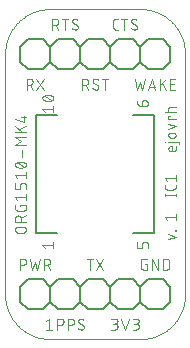
<source format=gto>
G75*
%MOIN*%
%OFA0B0*%
%FSLAX25Y25*%
%IPPOS*%
%LPD*%
%AMOC8*
5,1,8,0,0,1.08239X$1,22.5*
%
%ADD10C,0.00394*%
%ADD11C,0.00300*%
%ADD12C,0.00500*%
%ADD13C,0.00600*%
D10*
X0008000Y0016492D02*
X0008000Y0096492D01*
X0008004Y0096854D01*
X0008018Y0097217D01*
X0008039Y0097579D01*
X0008070Y0097940D01*
X0008109Y0098300D01*
X0008157Y0098659D01*
X0008214Y0099017D01*
X0008279Y0099374D01*
X0008353Y0099729D01*
X0008436Y0100082D01*
X0008527Y0100433D01*
X0008626Y0100781D01*
X0008734Y0101127D01*
X0008850Y0101471D01*
X0008975Y0101811D01*
X0009107Y0102148D01*
X0009248Y0102482D01*
X0009397Y0102813D01*
X0009554Y0103140D01*
X0009718Y0103463D01*
X0009890Y0103782D01*
X0010070Y0104096D01*
X0010258Y0104407D01*
X0010453Y0104712D01*
X0010655Y0105013D01*
X0010865Y0105309D01*
X0011081Y0105599D01*
X0011305Y0105885D01*
X0011535Y0106165D01*
X0011772Y0106439D01*
X0012016Y0106707D01*
X0012266Y0106970D01*
X0012522Y0107226D01*
X0012785Y0107476D01*
X0013053Y0107720D01*
X0013327Y0107957D01*
X0013607Y0108187D01*
X0013893Y0108411D01*
X0014183Y0108627D01*
X0014479Y0108837D01*
X0014780Y0109039D01*
X0015085Y0109234D01*
X0015396Y0109422D01*
X0015710Y0109602D01*
X0016029Y0109774D01*
X0016352Y0109938D01*
X0016679Y0110095D01*
X0017010Y0110244D01*
X0017344Y0110385D01*
X0017681Y0110517D01*
X0018021Y0110642D01*
X0018365Y0110758D01*
X0018711Y0110866D01*
X0019059Y0110965D01*
X0019410Y0111056D01*
X0019763Y0111139D01*
X0020118Y0111213D01*
X0020475Y0111278D01*
X0020833Y0111335D01*
X0021192Y0111383D01*
X0021552Y0111422D01*
X0021913Y0111453D01*
X0022275Y0111474D01*
X0022638Y0111488D01*
X0023000Y0111492D01*
X0053000Y0111492D01*
X0053362Y0111488D01*
X0053725Y0111474D01*
X0054087Y0111453D01*
X0054448Y0111422D01*
X0054808Y0111383D01*
X0055167Y0111335D01*
X0055525Y0111278D01*
X0055882Y0111213D01*
X0056237Y0111139D01*
X0056590Y0111056D01*
X0056941Y0110965D01*
X0057289Y0110866D01*
X0057635Y0110758D01*
X0057979Y0110642D01*
X0058319Y0110517D01*
X0058656Y0110385D01*
X0058990Y0110244D01*
X0059321Y0110095D01*
X0059648Y0109938D01*
X0059971Y0109774D01*
X0060290Y0109602D01*
X0060604Y0109422D01*
X0060915Y0109234D01*
X0061220Y0109039D01*
X0061521Y0108837D01*
X0061817Y0108627D01*
X0062107Y0108411D01*
X0062393Y0108187D01*
X0062673Y0107957D01*
X0062947Y0107720D01*
X0063215Y0107476D01*
X0063478Y0107226D01*
X0063734Y0106970D01*
X0063984Y0106707D01*
X0064228Y0106439D01*
X0064465Y0106165D01*
X0064695Y0105885D01*
X0064919Y0105599D01*
X0065135Y0105309D01*
X0065345Y0105013D01*
X0065547Y0104712D01*
X0065742Y0104407D01*
X0065930Y0104096D01*
X0066110Y0103782D01*
X0066282Y0103463D01*
X0066446Y0103140D01*
X0066603Y0102813D01*
X0066752Y0102482D01*
X0066893Y0102148D01*
X0067025Y0101811D01*
X0067150Y0101471D01*
X0067266Y0101127D01*
X0067374Y0100781D01*
X0067473Y0100433D01*
X0067564Y0100082D01*
X0067647Y0099729D01*
X0067721Y0099374D01*
X0067786Y0099017D01*
X0067843Y0098659D01*
X0067891Y0098300D01*
X0067930Y0097940D01*
X0067961Y0097579D01*
X0067982Y0097217D01*
X0067996Y0096854D01*
X0068000Y0096492D01*
X0068000Y0016492D01*
X0067996Y0016130D01*
X0067982Y0015767D01*
X0067961Y0015405D01*
X0067930Y0015044D01*
X0067891Y0014684D01*
X0067843Y0014325D01*
X0067786Y0013967D01*
X0067721Y0013610D01*
X0067647Y0013255D01*
X0067564Y0012902D01*
X0067473Y0012551D01*
X0067374Y0012203D01*
X0067266Y0011857D01*
X0067150Y0011513D01*
X0067025Y0011173D01*
X0066893Y0010836D01*
X0066752Y0010502D01*
X0066603Y0010171D01*
X0066446Y0009844D01*
X0066282Y0009521D01*
X0066110Y0009202D01*
X0065930Y0008888D01*
X0065742Y0008577D01*
X0065547Y0008272D01*
X0065345Y0007971D01*
X0065135Y0007675D01*
X0064919Y0007385D01*
X0064695Y0007099D01*
X0064465Y0006819D01*
X0064228Y0006545D01*
X0063984Y0006277D01*
X0063734Y0006014D01*
X0063478Y0005758D01*
X0063215Y0005508D01*
X0062947Y0005264D01*
X0062673Y0005027D01*
X0062393Y0004797D01*
X0062107Y0004573D01*
X0061817Y0004357D01*
X0061521Y0004147D01*
X0061220Y0003945D01*
X0060915Y0003750D01*
X0060604Y0003562D01*
X0060290Y0003382D01*
X0059971Y0003210D01*
X0059648Y0003046D01*
X0059321Y0002889D01*
X0058990Y0002740D01*
X0058656Y0002599D01*
X0058319Y0002467D01*
X0057979Y0002342D01*
X0057635Y0002226D01*
X0057289Y0002118D01*
X0056941Y0002019D01*
X0056590Y0001928D01*
X0056237Y0001845D01*
X0055882Y0001771D01*
X0055525Y0001706D01*
X0055167Y0001649D01*
X0054808Y0001601D01*
X0054448Y0001562D01*
X0054087Y0001531D01*
X0053725Y0001510D01*
X0053362Y0001496D01*
X0053000Y0001492D01*
X0023000Y0001492D01*
X0022638Y0001496D01*
X0022275Y0001510D01*
X0021913Y0001531D01*
X0021552Y0001562D01*
X0021192Y0001601D01*
X0020833Y0001649D01*
X0020475Y0001706D01*
X0020118Y0001771D01*
X0019763Y0001845D01*
X0019410Y0001928D01*
X0019059Y0002019D01*
X0018711Y0002118D01*
X0018365Y0002226D01*
X0018021Y0002342D01*
X0017681Y0002467D01*
X0017344Y0002599D01*
X0017010Y0002740D01*
X0016679Y0002889D01*
X0016352Y0003046D01*
X0016029Y0003210D01*
X0015710Y0003382D01*
X0015396Y0003562D01*
X0015085Y0003750D01*
X0014780Y0003945D01*
X0014479Y0004147D01*
X0014183Y0004357D01*
X0013893Y0004573D01*
X0013607Y0004797D01*
X0013327Y0005027D01*
X0013053Y0005264D01*
X0012785Y0005508D01*
X0012522Y0005758D01*
X0012266Y0006014D01*
X0012016Y0006277D01*
X0011772Y0006545D01*
X0011535Y0006819D01*
X0011305Y0007099D01*
X0011081Y0007385D01*
X0010865Y0007675D01*
X0010655Y0007971D01*
X0010453Y0008272D01*
X0010258Y0008577D01*
X0010070Y0008888D01*
X0009890Y0009202D01*
X0009718Y0009521D01*
X0009554Y0009844D01*
X0009397Y0010171D01*
X0009248Y0010502D01*
X0009107Y0010836D01*
X0008975Y0011173D01*
X0008850Y0011513D01*
X0008734Y0011857D01*
X0008626Y0012203D01*
X0008527Y0012551D01*
X0008436Y0012902D01*
X0008353Y0013255D01*
X0008279Y0013610D01*
X0008214Y0013967D01*
X0008157Y0014325D01*
X0008109Y0014684D01*
X0008070Y0015044D01*
X0008039Y0015405D01*
X0008018Y0015767D01*
X0008004Y0016130D01*
X0008000Y0016492D01*
D11*
X0012988Y0024674D02*
X0012988Y0028311D01*
X0013999Y0028311D01*
X0013999Y0028310D02*
X0014061Y0028308D01*
X0014123Y0028302D01*
X0014185Y0028293D01*
X0014245Y0028279D01*
X0014305Y0028262D01*
X0014364Y0028242D01*
X0014421Y0028218D01*
X0014477Y0028190D01*
X0014531Y0028159D01*
X0014583Y0028124D01*
X0014632Y0028087D01*
X0014679Y0028046D01*
X0014724Y0028003D01*
X0014766Y0027957D01*
X0014805Y0027909D01*
X0014841Y0027858D01*
X0014874Y0027805D01*
X0014903Y0027750D01*
X0014929Y0027694D01*
X0014952Y0027636D01*
X0014970Y0027576D01*
X0014986Y0027516D01*
X0014997Y0027455D01*
X0015005Y0027393D01*
X0015009Y0027331D01*
X0015009Y0027269D01*
X0015005Y0027207D01*
X0014997Y0027145D01*
X0014986Y0027084D01*
X0014970Y0027024D01*
X0014952Y0026964D01*
X0014929Y0026906D01*
X0014903Y0026850D01*
X0014874Y0026795D01*
X0014841Y0026742D01*
X0014805Y0026691D01*
X0014766Y0026643D01*
X0014724Y0026597D01*
X0014679Y0026554D01*
X0014632Y0026513D01*
X0014583Y0026476D01*
X0014531Y0026441D01*
X0014477Y0026410D01*
X0014421Y0026382D01*
X0014364Y0026358D01*
X0014305Y0026338D01*
X0014245Y0026321D01*
X0014185Y0026307D01*
X0014123Y0026298D01*
X0014061Y0026292D01*
X0013999Y0026290D01*
X0012988Y0026290D01*
X0016229Y0028311D02*
X0017037Y0024674D01*
X0017845Y0027098D01*
X0018653Y0024674D01*
X0019462Y0028311D01*
X0020991Y0028311D02*
X0022001Y0028311D01*
X0020991Y0028311D02*
X0020991Y0024674D01*
X0020991Y0026290D02*
X0022001Y0026290D01*
X0022203Y0026290D02*
X0023012Y0024674D01*
X0022001Y0026290D02*
X0022063Y0026292D01*
X0022125Y0026298D01*
X0022187Y0026307D01*
X0022247Y0026321D01*
X0022307Y0026338D01*
X0022366Y0026358D01*
X0022423Y0026382D01*
X0022479Y0026410D01*
X0022533Y0026441D01*
X0022585Y0026476D01*
X0022634Y0026513D01*
X0022681Y0026554D01*
X0022726Y0026597D01*
X0022768Y0026643D01*
X0022807Y0026691D01*
X0022843Y0026742D01*
X0022876Y0026795D01*
X0022905Y0026850D01*
X0022931Y0026906D01*
X0022954Y0026964D01*
X0022972Y0027024D01*
X0022988Y0027084D01*
X0022999Y0027145D01*
X0023007Y0027207D01*
X0023011Y0027269D01*
X0023011Y0027331D01*
X0023007Y0027393D01*
X0022999Y0027455D01*
X0022988Y0027516D01*
X0022972Y0027576D01*
X0022954Y0027636D01*
X0022931Y0027694D01*
X0022905Y0027750D01*
X0022876Y0027805D01*
X0022843Y0027858D01*
X0022807Y0027909D01*
X0022768Y0027957D01*
X0022726Y0028003D01*
X0022681Y0028046D01*
X0022634Y0028087D01*
X0022585Y0028124D01*
X0022533Y0028159D01*
X0022479Y0028190D01*
X0022423Y0028218D01*
X0022366Y0028242D01*
X0022307Y0028262D01*
X0022247Y0028279D01*
X0022187Y0028293D01*
X0022125Y0028302D01*
X0022063Y0028308D01*
X0022001Y0028310D01*
X0021242Y0031860D02*
X0020433Y0032870D01*
X0024070Y0032870D01*
X0024070Y0031860D02*
X0024070Y0033880D01*
X0014946Y0040681D02*
X0011309Y0040681D01*
X0011309Y0041692D01*
X0011310Y0041692D02*
X0011312Y0041754D01*
X0011318Y0041816D01*
X0011327Y0041878D01*
X0011341Y0041938D01*
X0011358Y0041998D01*
X0011378Y0042057D01*
X0011402Y0042114D01*
X0011430Y0042170D01*
X0011461Y0042224D01*
X0011496Y0042276D01*
X0011533Y0042325D01*
X0011574Y0042372D01*
X0011617Y0042417D01*
X0011663Y0042459D01*
X0011711Y0042498D01*
X0011762Y0042534D01*
X0011815Y0042567D01*
X0011870Y0042596D01*
X0011926Y0042622D01*
X0011984Y0042645D01*
X0012044Y0042663D01*
X0012104Y0042679D01*
X0012165Y0042690D01*
X0012227Y0042698D01*
X0012289Y0042702D01*
X0012351Y0042702D01*
X0012413Y0042698D01*
X0012475Y0042690D01*
X0012536Y0042679D01*
X0012596Y0042663D01*
X0012656Y0042645D01*
X0012714Y0042622D01*
X0012770Y0042596D01*
X0012825Y0042567D01*
X0012878Y0042534D01*
X0012929Y0042498D01*
X0012977Y0042459D01*
X0013023Y0042417D01*
X0013066Y0042372D01*
X0013107Y0042325D01*
X0013144Y0042276D01*
X0013179Y0042224D01*
X0013210Y0042170D01*
X0013238Y0042114D01*
X0013262Y0042057D01*
X0013282Y0041998D01*
X0013299Y0041938D01*
X0013313Y0041878D01*
X0013322Y0041816D01*
X0013328Y0041754D01*
X0013330Y0041692D01*
X0013330Y0040681D01*
X0013330Y0041894D02*
X0014946Y0042702D01*
X0014138Y0044320D02*
X0012118Y0044320D01*
X0012118Y0044321D02*
X0012063Y0044323D01*
X0012008Y0044329D01*
X0011954Y0044338D01*
X0011900Y0044351D01*
X0011847Y0044368D01*
X0011796Y0044388D01*
X0011746Y0044412D01*
X0011698Y0044439D01*
X0011652Y0044469D01*
X0011608Y0044502D01*
X0011567Y0044538D01*
X0011527Y0044577D01*
X0011491Y0044619D01*
X0011458Y0044663D01*
X0011428Y0044709D01*
X0011401Y0044757D01*
X0011377Y0044807D01*
X0011357Y0044858D01*
X0011340Y0044911D01*
X0011327Y0044965D01*
X0011318Y0045019D01*
X0011312Y0045074D01*
X0011310Y0045129D01*
X0011309Y0045129D02*
X0011309Y0046341D01*
X0012118Y0047982D02*
X0011309Y0048992D01*
X0014946Y0048992D01*
X0014946Y0047982D02*
X0014946Y0050002D01*
X0014946Y0051525D02*
X0014946Y0052737D01*
X0014944Y0052792D01*
X0014938Y0052847D01*
X0014929Y0052901D01*
X0014916Y0052955D01*
X0014899Y0053008D01*
X0014879Y0053059D01*
X0014855Y0053109D01*
X0014828Y0053157D01*
X0014798Y0053203D01*
X0014765Y0053247D01*
X0014729Y0053289D01*
X0014690Y0053328D01*
X0014648Y0053364D01*
X0014604Y0053397D01*
X0014558Y0053427D01*
X0014510Y0053454D01*
X0014460Y0053478D01*
X0014409Y0053498D01*
X0014356Y0053515D01*
X0014302Y0053528D01*
X0014248Y0053537D01*
X0014193Y0053543D01*
X0014138Y0053545D01*
X0014138Y0053546D02*
X0013734Y0053546D01*
X0013734Y0053545D02*
X0013679Y0053543D01*
X0013624Y0053537D01*
X0013570Y0053528D01*
X0013516Y0053515D01*
X0013463Y0053498D01*
X0013412Y0053478D01*
X0013362Y0053454D01*
X0013314Y0053427D01*
X0013268Y0053397D01*
X0013224Y0053364D01*
X0013183Y0053328D01*
X0013143Y0053289D01*
X0013107Y0053247D01*
X0013074Y0053203D01*
X0013044Y0053157D01*
X0013017Y0053109D01*
X0012993Y0053059D01*
X0012973Y0053008D01*
X0012956Y0052955D01*
X0012943Y0052901D01*
X0012934Y0052847D01*
X0012928Y0052792D01*
X0012926Y0052737D01*
X0012926Y0051525D01*
X0011309Y0051525D01*
X0011309Y0053546D01*
X0012118Y0055068D02*
X0011309Y0056079D01*
X0014946Y0056079D01*
X0014946Y0057089D02*
X0014946Y0055068D01*
X0014441Y0060329D02*
X0014347Y0060373D01*
X0014250Y0060414D01*
X0014153Y0060451D01*
X0014054Y0060485D01*
X0013954Y0060516D01*
X0013853Y0060543D01*
X0013751Y0060567D01*
X0013648Y0060587D01*
X0013545Y0060603D01*
X0013441Y0060616D01*
X0013337Y0060625D01*
X0013233Y0060630D01*
X0013128Y0060632D01*
X0013128Y0058612D02*
X0013023Y0058614D01*
X0012919Y0058619D01*
X0012815Y0058628D01*
X0012711Y0058641D01*
X0012608Y0058657D01*
X0012505Y0058677D01*
X0012403Y0058701D01*
X0012302Y0058728D01*
X0012202Y0058759D01*
X0012103Y0058793D01*
X0012006Y0058830D01*
X0011910Y0058871D01*
X0011815Y0058915D01*
X0011309Y0059622D02*
X0011311Y0059677D01*
X0011317Y0059731D01*
X0011327Y0059784D01*
X0011341Y0059837D01*
X0011358Y0059889D01*
X0011380Y0059939D01*
X0011404Y0059988D01*
X0011433Y0060034D01*
X0011465Y0060079D01*
X0011499Y0060121D01*
X0011537Y0060160D01*
X0011578Y0060196D01*
X0011621Y0060230D01*
X0011667Y0060260D01*
X0011714Y0060287D01*
X0011763Y0060310D01*
X0011814Y0060330D01*
X0012118Y0060430D02*
X0014138Y0058814D01*
X0014947Y0059622D02*
X0014945Y0059677D01*
X0014939Y0059731D01*
X0014929Y0059784D01*
X0014915Y0059837D01*
X0014898Y0059889D01*
X0014876Y0059939D01*
X0014852Y0059988D01*
X0014823Y0060034D01*
X0014791Y0060079D01*
X0014757Y0060121D01*
X0014719Y0060160D01*
X0014678Y0060196D01*
X0014635Y0060230D01*
X0014589Y0060260D01*
X0014542Y0060287D01*
X0014493Y0060310D01*
X0014442Y0060330D01*
X0014947Y0059622D02*
X0014945Y0059567D01*
X0014939Y0059513D01*
X0014929Y0059460D01*
X0014915Y0059407D01*
X0014898Y0059355D01*
X0014876Y0059305D01*
X0014852Y0059256D01*
X0014823Y0059210D01*
X0014791Y0059165D01*
X0014757Y0059123D01*
X0014719Y0059084D01*
X0014678Y0059048D01*
X0014635Y0059014D01*
X0014589Y0058984D01*
X0014542Y0058957D01*
X0014493Y0058934D01*
X0014442Y0058914D01*
X0013128Y0060632D02*
X0013023Y0060630D01*
X0012919Y0060625D01*
X0012815Y0060616D01*
X0012711Y0060603D01*
X0012608Y0060587D01*
X0012505Y0060567D01*
X0012403Y0060543D01*
X0012302Y0060516D01*
X0012202Y0060485D01*
X0012103Y0060451D01*
X0012006Y0060414D01*
X0011909Y0060373D01*
X0011815Y0060329D01*
X0011309Y0059622D02*
X0011311Y0059567D01*
X0011317Y0059513D01*
X0011327Y0059460D01*
X0011341Y0059407D01*
X0011358Y0059355D01*
X0011380Y0059305D01*
X0011404Y0059256D01*
X0011433Y0059210D01*
X0011465Y0059165D01*
X0011499Y0059123D01*
X0011537Y0059084D01*
X0011578Y0059048D01*
X0011621Y0059014D01*
X0011667Y0058984D01*
X0011714Y0058957D01*
X0011763Y0058934D01*
X0011814Y0058914D01*
X0013128Y0058612D02*
X0013233Y0058614D01*
X0013337Y0058619D01*
X0013441Y0058628D01*
X0013545Y0058641D01*
X0013648Y0058657D01*
X0013751Y0058677D01*
X0013853Y0058701D01*
X0013954Y0058728D01*
X0014054Y0058759D01*
X0014153Y0058793D01*
X0014250Y0058830D01*
X0014346Y0058871D01*
X0014441Y0058915D01*
X0013532Y0062189D02*
X0013532Y0064614D01*
X0014946Y0066323D02*
X0011309Y0066323D01*
X0013330Y0067535D01*
X0011309Y0068748D01*
X0014946Y0068748D01*
X0014946Y0070592D02*
X0011309Y0070592D01*
X0012724Y0071400D02*
X0014946Y0072613D01*
X0014138Y0073966D02*
X0014138Y0075987D01*
X0013330Y0075380D02*
X0014946Y0075380D01*
X0014138Y0073966D02*
X0011309Y0074774D01*
X0011309Y0072613D02*
X0013532Y0070592D01*
X0021242Y0077332D02*
X0020433Y0078343D01*
X0024070Y0078343D01*
X0024070Y0079353D02*
X0024070Y0077332D01*
X0023565Y0082593D02*
X0023471Y0082637D01*
X0023374Y0082678D01*
X0023277Y0082715D01*
X0023178Y0082749D01*
X0023078Y0082780D01*
X0022977Y0082807D01*
X0022875Y0082831D01*
X0022772Y0082851D01*
X0022669Y0082867D01*
X0022565Y0082880D01*
X0022461Y0082889D01*
X0022357Y0082894D01*
X0022252Y0082896D01*
X0022252Y0080876D02*
X0022147Y0080878D01*
X0022043Y0080883D01*
X0021939Y0080892D01*
X0021835Y0080905D01*
X0021732Y0080921D01*
X0021629Y0080941D01*
X0021527Y0080965D01*
X0021426Y0080992D01*
X0021326Y0081023D01*
X0021227Y0081057D01*
X0021130Y0081094D01*
X0021034Y0081135D01*
X0020939Y0081179D01*
X0020433Y0081886D02*
X0020435Y0081941D01*
X0020441Y0081995D01*
X0020451Y0082048D01*
X0020465Y0082101D01*
X0020482Y0082153D01*
X0020504Y0082203D01*
X0020528Y0082252D01*
X0020557Y0082298D01*
X0020589Y0082343D01*
X0020623Y0082385D01*
X0020661Y0082424D01*
X0020702Y0082460D01*
X0020745Y0082494D01*
X0020791Y0082524D01*
X0020838Y0082551D01*
X0020887Y0082574D01*
X0020938Y0082594D01*
X0021242Y0082694D02*
X0023262Y0081078D01*
X0024071Y0081886D02*
X0024069Y0081941D01*
X0024063Y0081995D01*
X0024053Y0082048D01*
X0024039Y0082101D01*
X0024022Y0082153D01*
X0024000Y0082203D01*
X0023976Y0082252D01*
X0023947Y0082298D01*
X0023915Y0082343D01*
X0023881Y0082385D01*
X0023843Y0082424D01*
X0023802Y0082460D01*
X0023759Y0082494D01*
X0023713Y0082524D01*
X0023666Y0082551D01*
X0023617Y0082574D01*
X0023566Y0082594D01*
X0024071Y0081886D02*
X0024069Y0081831D01*
X0024063Y0081777D01*
X0024053Y0081724D01*
X0024039Y0081671D01*
X0024022Y0081619D01*
X0024000Y0081569D01*
X0023976Y0081520D01*
X0023947Y0081474D01*
X0023915Y0081429D01*
X0023881Y0081387D01*
X0023843Y0081348D01*
X0023802Y0081312D01*
X0023759Y0081278D01*
X0023713Y0081248D01*
X0023666Y0081221D01*
X0023617Y0081198D01*
X0023566Y0081178D01*
X0022252Y0082896D02*
X0022147Y0082894D01*
X0022043Y0082889D01*
X0021939Y0082880D01*
X0021835Y0082867D01*
X0021732Y0082851D01*
X0021629Y0082831D01*
X0021527Y0082807D01*
X0021426Y0082780D01*
X0021326Y0082749D01*
X0021227Y0082715D01*
X0021130Y0082678D01*
X0021033Y0082637D01*
X0020939Y0082593D01*
X0020433Y0081886D02*
X0020435Y0081831D01*
X0020441Y0081777D01*
X0020451Y0081724D01*
X0020465Y0081671D01*
X0020482Y0081619D01*
X0020504Y0081569D01*
X0020528Y0081520D01*
X0020557Y0081474D01*
X0020589Y0081429D01*
X0020623Y0081387D01*
X0020661Y0081348D01*
X0020702Y0081312D01*
X0020745Y0081278D01*
X0020791Y0081248D01*
X0020838Y0081221D01*
X0020887Y0081198D01*
X0020938Y0081178D01*
X0022252Y0080876D02*
X0022357Y0080878D01*
X0022461Y0080883D01*
X0022565Y0080892D01*
X0022669Y0080905D01*
X0022772Y0080921D01*
X0022875Y0080941D01*
X0022977Y0080965D01*
X0023078Y0080992D01*
X0023178Y0081023D01*
X0023277Y0081057D01*
X0023374Y0081094D01*
X0023470Y0081135D01*
X0023565Y0081179D01*
X0020872Y0084674D02*
X0018447Y0088311D01*
X0016138Y0088311D02*
X0015128Y0088311D01*
X0015128Y0084674D01*
X0015128Y0086290D02*
X0016138Y0086290D01*
X0016341Y0086290D02*
X0017149Y0084674D01*
X0018447Y0084674D02*
X0020872Y0088311D01*
X0016138Y0088310D02*
X0016200Y0088308D01*
X0016262Y0088302D01*
X0016324Y0088293D01*
X0016384Y0088279D01*
X0016444Y0088262D01*
X0016503Y0088242D01*
X0016560Y0088218D01*
X0016616Y0088190D01*
X0016670Y0088159D01*
X0016722Y0088124D01*
X0016771Y0088087D01*
X0016818Y0088046D01*
X0016863Y0088003D01*
X0016905Y0087957D01*
X0016944Y0087909D01*
X0016980Y0087858D01*
X0017013Y0087805D01*
X0017042Y0087750D01*
X0017068Y0087694D01*
X0017091Y0087636D01*
X0017109Y0087576D01*
X0017125Y0087516D01*
X0017136Y0087455D01*
X0017144Y0087393D01*
X0017148Y0087331D01*
X0017148Y0087269D01*
X0017144Y0087207D01*
X0017136Y0087145D01*
X0017125Y0087084D01*
X0017109Y0087024D01*
X0017091Y0086964D01*
X0017068Y0086906D01*
X0017042Y0086850D01*
X0017013Y0086795D01*
X0016980Y0086742D01*
X0016944Y0086691D01*
X0016905Y0086643D01*
X0016863Y0086597D01*
X0016818Y0086554D01*
X0016771Y0086513D01*
X0016722Y0086476D01*
X0016670Y0086441D01*
X0016616Y0086410D01*
X0016560Y0086382D01*
X0016503Y0086358D01*
X0016444Y0086338D01*
X0016384Y0086321D01*
X0016324Y0086307D01*
X0016262Y0086298D01*
X0016200Y0086292D01*
X0016138Y0086290D01*
X0023753Y0104674D02*
X0023753Y0108311D01*
X0024763Y0108311D01*
X0024763Y0108310D02*
X0024825Y0108308D01*
X0024887Y0108302D01*
X0024949Y0108293D01*
X0025009Y0108279D01*
X0025069Y0108262D01*
X0025128Y0108242D01*
X0025185Y0108218D01*
X0025241Y0108190D01*
X0025295Y0108159D01*
X0025347Y0108124D01*
X0025396Y0108087D01*
X0025443Y0108046D01*
X0025488Y0108003D01*
X0025530Y0107957D01*
X0025569Y0107909D01*
X0025605Y0107858D01*
X0025638Y0107805D01*
X0025667Y0107750D01*
X0025693Y0107694D01*
X0025716Y0107636D01*
X0025734Y0107576D01*
X0025750Y0107516D01*
X0025761Y0107455D01*
X0025769Y0107393D01*
X0025773Y0107331D01*
X0025773Y0107269D01*
X0025769Y0107207D01*
X0025761Y0107145D01*
X0025750Y0107084D01*
X0025734Y0107024D01*
X0025716Y0106964D01*
X0025693Y0106906D01*
X0025667Y0106850D01*
X0025638Y0106795D01*
X0025605Y0106742D01*
X0025569Y0106691D01*
X0025530Y0106643D01*
X0025488Y0106597D01*
X0025443Y0106554D01*
X0025396Y0106513D01*
X0025347Y0106476D01*
X0025295Y0106441D01*
X0025241Y0106410D01*
X0025185Y0106382D01*
X0025128Y0106358D01*
X0025069Y0106338D01*
X0025009Y0106321D01*
X0024949Y0106307D01*
X0024887Y0106298D01*
X0024825Y0106292D01*
X0024763Y0106290D01*
X0023753Y0106290D01*
X0024965Y0106290D02*
X0025773Y0104674D01*
X0028048Y0104674D02*
X0028048Y0108311D01*
X0027038Y0108311D02*
X0029058Y0108311D01*
X0030328Y0107502D02*
X0030330Y0107557D01*
X0030336Y0107612D01*
X0030345Y0107666D01*
X0030358Y0107720D01*
X0030375Y0107773D01*
X0030395Y0107824D01*
X0030419Y0107874D01*
X0030446Y0107922D01*
X0030476Y0107968D01*
X0030509Y0108012D01*
X0030545Y0108054D01*
X0030585Y0108093D01*
X0030626Y0108129D01*
X0030670Y0108162D01*
X0030716Y0108192D01*
X0030764Y0108219D01*
X0030814Y0108243D01*
X0030865Y0108263D01*
X0030918Y0108280D01*
X0030972Y0108293D01*
X0031026Y0108302D01*
X0031081Y0108308D01*
X0031136Y0108310D01*
X0030327Y0107502D02*
X0030329Y0107449D01*
X0030334Y0107396D01*
X0030343Y0107343D01*
X0030355Y0107291D01*
X0030370Y0107240D01*
X0030388Y0107190D01*
X0030410Y0107142D01*
X0030435Y0107095D01*
X0030463Y0107049D01*
X0030494Y0107006D01*
X0030527Y0106964D01*
X0030564Y0106925D01*
X0030602Y0106889D01*
X0030643Y0106855D01*
X0030686Y0106823D01*
X0030731Y0106795D01*
X0030732Y0106795D02*
X0031843Y0106189D01*
X0031439Y0104674D02*
X0031360Y0104676D01*
X0031281Y0104681D01*
X0031202Y0104691D01*
X0031124Y0104703D01*
X0031046Y0104720D01*
X0030969Y0104740D01*
X0030894Y0104763D01*
X0030819Y0104790D01*
X0030746Y0104821D01*
X0030674Y0104855D01*
X0030604Y0104892D01*
X0030536Y0104932D01*
X0030470Y0104976D01*
X0030406Y0105022D01*
X0030344Y0105072D01*
X0030284Y0105124D01*
X0030227Y0105179D01*
X0031136Y0108310D02*
X0031211Y0108308D01*
X0031286Y0108303D01*
X0031360Y0108293D01*
X0031434Y0108280D01*
X0031507Y0108264D01*
X0031579Y0108244D01*
X0031651Y0108220D01*
X0031720Y0108193D01*
X0031789Y0108162D01*
X0031856Y0108128D01*
X0031921Y0108091D01*
X0031984Y0108050D01*
X0032045Y0108007D01*
X0032247Y0105482D02*
X0032245Y0105427D01*
X0032239Y0105372D01*
X0032230Y0105318D01*
X0032217Y0105264D01*
X0032200Y0105211D01*
X0032180Y0105160D01*
X0032156Y0105110D01*
X0032129Y0105062D01*
X0032099Y0105016D01*
X0032066Y0104972D01*
X0032030Y0104930D01*
X0031991Y0104891D01*
X0031949Y0104855D01*
X0031905Y0104822D01*
X0031859Y0104792D01*
X0031811Y0104765D01*
X0031761Y0104741D01*
X0031710Y0104721D01*
X0031657Y0104704D01*
X0031603Y0104691D01*
X0031549Y0104682D01*
X0031494Y0104676D01*
X0031439Y0104674D01*
X0032247Y0105482D02*
X0032245Y0105535D01*
X0032240Y0105588D01*
X0032231Y0105641D01*
X0032219Y0105693D01*
X0032204Y0105744D01*
X0032186Y0105794D01*
X0032164Y0105842D01*
X0032139Y0105889D01*
X0032111Y0105935D01*
X0032080Y0105978D01*
X0032047Y0106020D01*
X0032010Y0106059D01*
X0031972Y0106095D01*
X0031931Y0106129D01*
X0031888Y0106161D01*
X0031843Y0106189D01*
X0033694Y0088311D02*
X0034704Y0088311D01*
X0033694Y0088311D02*
X0033694Y0084674D01*
X0033694Y0086290D02*
X0034704Y0086290D01*
X0034906Y0086290D02*
X0035714Y0084674D01*
X0034704Y0086290D02*
X0034766Y0086292D01*
X0034828Y0086298D01*
X0034890Y0086307D01*
X0034950Y0086321D01*
X0035010Y0086338D01*
X0035069Y0086358D01*
X0035126Y0086382D01*
X0035182Y0086410D01*
X0035236Y0086441D01*
X0035288Y0086476D01*
X0035337Y0086513D01*
X0035384Y0086554D01*
X0035429Y0086597D01*
X0035471Y0086643D01*
X0035510Y0086691D01*
X0035546Y0086742D01*
X0035579Y0086795D01*
X0035608Y0086850D01*
X0035634Y0086906D01*
X0035657Y0086964D01*
X0035675Y0087024D01*
X0035691Y0087084D01*
X0035702Y0087145D01*
X0035710Y0087207D01*
X0035714Y0087269D01*
X0035714Y0087331D01*
X0035710Y0087393D01*
X0035702Y0087455D01*
X0035691Y0087516D01*
X0035675Y0087576D01*
X0035657Y0087636D01*
X0035634Y0087694D01*
X0035608Y0087750D01*
X0035579Y0087805D01*
X0035546Y0087858D01*
X0035510Y0087909D01*
X0035471Y0087957D01*
X0035429Y0088003D01*
X0035384Y0088046D01*
X0035337Y0088087D01*
X0035288Y0088124D01*
X0035236Y0088159D01*
X0035182Y0088190D01*
X0035126Y0088218D01*
X0035069Y0088242D01*
X0035010Y0088262D01*
X0034950Y0088279D01*
X0034890Y0088293D01*
X0034828Y0088302D01*
X0034766Y0088308D01*
X0034704Y0088310D01*
X0037602Y0086795D02*
X0038713Y0086189D01*
X0038309Y0084674D02*
X0038230Y0084676D01*
X0038151Y0084681D01*
X0038072Y0084691D01*
X0037994Y0084703D01*
X0037916Y0084720D01*
X0037839Y0084740D01*
X0037764Y0084763D01*
X0037689Y0084790D01*
X0037616Y0084821D01*
X0037544Y0084855D01*
X0037474Y0084892D01*
X0037406Y0084932D01*
X0037340Y0084976D01*
X0037276Y0085022D01*
X0037214Y0085072D01*
X0037154Y0085124D01*
X0037097Y0085179D01*
X0038006Y0088310D02*
X0038081Y0088308D01*
X0038156Y0088303D01*
X0038230Y0088293D01*
X0038304Y0088280D01*
X0038377Y0088264D01*
X0038449Y0088244D01*
X0038521Y0088220D01*
X0038590Y0088193D01*
X0038659Y0088162D01*
X0038726Y0088128D01*
X0038791Y0088091D01*
X0038854Y0088050D01*
X0038915Y0088007D01*
X0037602Y0086795D02*
X0037557Y0086823D01*
X0037514Y0086855D01*
X0037473Y0086889D01*
X0037435Y0086925D01*
X0037398Y0086964D01*
X0037365Y0087006D01*
X0037334Y0087049D01*
X0037306Y0087095D01*
X0037281Y0087142D01*
X0037259Y0087190D01*
X0037241Y0087240D01*
X0037226Y0087291D01*
X0037214Y0087343D01*
X0037205Y0087396D01*
X0037200Y0087449D01*
X0037198Y0087502D01*
X0037200Y0087557D01*
X0037206Y0087612D01*
X0037215Y0087666D01*
X0037228Y0087720D01*
X0037245Y0087773D01*
X0037265Y0087824D01*
X0037289Y0087874D01*
X0037316Y0087922D01*
X0037346Y0087968D01*
X0037379Y0088012D01*
X0037415Y0088054D01*
X0037455Y0088093D01*
X0037496Y0088129D01*
X0037540Y0088162D01*
X0037586Y0088192D01*
X0037634Y0088219D01*
X0037684Y0088243D01*
X0037735Y0088263D01*
X0037788Y0088280D01*
X0037842Y0088293D01*
X0037896Y0088302D01*
X0037951Y0088308D01*
X0038006Y0088310D01*
X0040286Y0088311D02*
X0042306Y0088311D01*
X0041296Y0088311D02*
X0041296Y0084674D01*
X0039117Y0085482D02*
X0039115Y0085427D01*
X0039109Y0085372D01*
X0039100Y0085318D01*
X0039087Y0085264D01*
X0039070Y0085211D01*
X0039050Y0085160D01*
X0039026Y0085110D01*
X0038999Y0085062D01*
X0038969Y0085016D01*
X0038936Y0084972D01*
X0038900Y0084930D01*
X0038861Y0084891D01*
X0038819Y0084855D01*
X0038775Y0084822D01*
X0038729Y0084792D01*
X0038681Y0084765D01*
X0038631Y0084741D01*
X0038580Y0084721D01*
X0038527Y0084704D01*
X0038473Y0084691D01*
X0038419Y0084682D01*
X0038364Y0084676D01*
X0038309Y0084674D01*
X0039117Y0085482D02*
X0039115Y0085535D01*
X0039110Y0085588D01*
X0039101Y0085641D01*
X0039089Y0085693D01*
X0039074Y0085744D01*
X0039056Y0085794D01*
X0039034Y0085842D01*
X0039009Y0085889D01*
X0038981Y0085935D01*
X0038950Y0085978D01*
X0038917Y0086020D01*
X0038880Y0086059D01*
X0038842Y0086095D01*
X0038801Y0086129D01*
X0038758Y0086161D01*
X0038713Y0086189D01*
X0044840Y0104674D02*
X0045648Y0104674D01*
X0044840Y0104674D02*
X0044785Y0104676D01*
X0044730Y0104682D01*
X0044676Y0104691D01*
X0044622Y0104704D01*
X0044569Y0104721D01*
X0044518Y0104741D01*
X0044468Y0104765D01*
X0044420Y0104792D01*
X0044374Y0104822D01*
X0044330Y0104855D01*
X0044288Y0104891D01*
X0044249Y0104930D01*
X0044213Y0104972D01*
X0044180Y0105016D01*
X0044150Y0105062D01*
X0044123Y0105110D01*
X0044099Y0105160D01*
X0044079Y0105211D01*
X0044062Y0105264D01*
X0044049Y0105318D01*
X0044040Y0105372D01*
X0044034Y0105427D01*
X0044032Y0105482D01*
X0044032Y0107502D01*
X0044034Y0107557D01*
X0044040Y0107612D01*
X0044049Y0107666D01*
X0044062Y0107720D01*
X0044079Y0107773D01*
X0044099Y0107824D01*
X0044123Y0107874D01*
X0044150Y0107922D01*
X0044180Y0107968D01*
X0044213Y0108012D01*
X0044249Y0108053D01*
X0044288Y0108093D01*
X0044330Y0108129D01*
X0044374Y0108162D01*
X0044420Y0108192D01*
X0044468Y0108219D01*
X0044518Y0108243D01*
X0044569Y0108263D01*
X0044622Y0108280D01*
X0044676Y0108293D01*
X0044730Y0108302D01*
X0044785Y0108308D01*
X0044840Y0108310D01*
X0044840Y0108311D02*
X0045648Y0108311D01*
X0046759Y0108311D02*
X0048779Y0108311D01*
X0047769Y0108311D02*
X0047769Y0104674D01*
X0050453Y0106795D02*
X0051564Y0106189D01*
X0051160Y0104674D02*
X0051081Y0104676D01*
X0051002Y0104681D01*
X0050923Y0104691D01*
X0050845Y0104703D01*
X0050767Y0104720D01*
X0050690Y0104740D01*
X0050615Y0104763D01*
X0050540Y0104790D01*
X0050467Y0104821D01*
X0050395Y0104855D01*
X0050325Y0104892D01*
X0050257Y0104932D01*
X0050191Y0104976D01*
X0050127Y0105022D01*
X0050065Y0105072D01*
X0050005Y0105124D01*
X0049948Y0105179D01*
X0051564Y0106189D02*
X0051609Y0106161D01*
X0051652Y0106129D01*
X0051693Y0106095D01*
X0051731Y0106059D01*
X0051768Y0106020D01*
X0051801Y0105978D01*
X0051832Y0105935D01*
X0051860Y0105889D01*
X0051885Y0105842D01*
X0051907Y0105794D01*
X0051925Y0105744D01*
X0051940Y0105693D01*
X0051952Y0105641D01*
X0051961Y0105588D01*
X0051966Y0105535D01*
X0051968Y0105482D01*
X0051966Y0105427D01*
X0051960Y0105372D01*
X0051951Y0105318D01*
X0051938Y0105264D01*
X0051921Y0105211D01*
X0051901Y0105160D01*
X0051877Y0105110D01*
X0051850Y0105062D01*
X0051820Y0105016D01*
X0051787Y0104972D01*
X0051751Y0104930D01*
X0051712Y0104891D01*
X0051670Y0104855D01*
X0051626Y0104822D01*
X0051580Y0104792D01*
X0051532Y0104765D01*
X0051482Y0104741D01*
X0051431Y0104721D01*
X0051378Y0104704D01*
X0051324Y0104691D01*
X0051270Y0104682D01*
X0051215Y0104676D01*
X0051160Y0104674D01*
X0051766Y0108007D02*
X0051705Y0108050D01*
X0051642Y0108091D01*
X0051577Y0108128D01*
X0051510Y0108162D01*
X0051441Y0108193D01*
X0051372Y0108220D01*
X0051300Y0108244D01*
X0051228Y0108264D01*
X0051155Y0108280D01*
X0051081Y0108293D01*
X0051007Y0108303D01*
X0050932Y0108308D01*
X0050857Y0108310D01*
X0050802Y0108308D01*
X0050747Y0108302D01*
X0050693Y0108293D01*
X0050639Y0108280D01*
X0050586Y0108263D01*
X0050535Y0108243D01*
X0050485Y0108219D01*
X0050437Y0108192D01*
X0050391Y0108162D01*
X0050347Y0108129D01*
X0050306Y0108093D01*
X0050266Y0108054D01*
X0050230Y0108012D01*
X0050197Y0107968D01*
X0050167Y0107922D01*
X0050140Y0107874D01*
X0050116Y0107824D01*
X0050096Y0107773D01*
X0050079Y0107720D01*
X0050066Y0107666D01*
X0050057Y0107612D01*
X0050051Y0107557D01*
X0050049Y0107502D01*
X0050048Y0107502D02*
X0050050Y0107449D01*
X0050055Y0107396D01*
X0050064Y0107343D01*
X0050076Y0107291D01*
X0050091Y0107240D01*
X0050109Y0107190D01*
X0050131Y0107142D01*
X0050156Y0107095D01*
X0050184Y0107049D01*
X0050215Y0107006D01*
X0050248Y0106964D01*
X0050285Y0106925D01*
X0050323Y0106889D01*
X0050364Y0106855D01*
X0050407Y0106823D01*
X0050452Y0106795D01*
X0051275Y0088311D02*
X0052083Y0084674D01*
X0052891Y0087098D01*
X0053700Y0084674D01*
X0054508Y0088311D01*
X0056907Y0088311D02*
X0058120Y0084674D01*
X0057816Y0085583D02*
X0055998Y0085583D01*
X0055695Y0084674D02*
X0056907Y0088311D01*
X0059610Y0088311D02*
X0059610Y0084674D01*
X0059610Y0086088D02*
X0061630Y0088311D01*
X0063109Y0088311D02*
X0064725Y0088311D01*
X0064321Y0086694D02*
X0063109Y0086694D01*
X0063109Y0088311D02*
X0063109Y0084674D01*
X0064725Y0084674D01*
X0061630Y0084674D02*
X0060418Y0086896D01*
X0063000Y0078796D02*
X0064819Y0078796D01*
X0064819Y0077180D02*
X0061181Y0077180D01*
X0062394Y0077180D02*
X0062394Y0078190D01*
X0062396Y0078238D01*
X0062401Y0078285D01*
X0062411Y0078331D01*
X0062424Y0078377D01*
X0062440Y0078422D01*
X0062460Y0078465D01*
X0062483Y0078507D01*
X0062510Y0078546D01*
X0062539Y0078584D01*
X0062571Y0078619D01*
X0062606Y0078651D01*
X0062644Y0078680D01*
X0062683Y0078707D01*
X0062725Y0078730D01*
X0062768Y0078750D01*
X0062813Y0078766D01*
X0062859Y0078779D01*
X0062905Y0078789D01*
X0062952Y0078794D01*
X0063000Y0078796D01*
X0062798Y0075932D02*
X0062394Y0075932D01*
X0062394Y0074720D01*
X0064819Y0074720D01*
X0064819Y0072437D02*
X0062394Y0073245D01*
X0062394Y0071629D02*
X0064819Y0072437D01*
X0064010Y0070292D02*
X0063202Y0070292D01*
X0063147Y0070290D01*
X0063092Y0070284D01*
X0063038Y0070275D01*
X0062984Y0070262D01*
X0062931Y0070245D01*
X0062880Y0070225D01*
X0062830Y0070201D01*
X0062782Y0070174D01*
X0062736Y0070144D01*
X0062692Y0070111D01*
X0062650Y0070075D01*
X0062611Y0070036D01*
X0062575Y0069994D01*
X0062542Y0069950D01*
X0062512Y0069904D01*
X0062485Y0069856D01*
X0062461Y0069806D01*
X0062441Y0069755D01*
X0062424Y0069702D01*
X0062411Y0069648D01*
X0062402Y0069594D01*
X0062396Y0069539D01*
X0062394Y0069484D01*
X0062396Y0069429D01*
X0062402Y0069374D01*
X0062411Y0069320D01*
X0062424Y0069266D01*
X0062441Y0069213D01*
X0062461Y0069162D01*
X0062485Y0069112D01*
X0062512Y0069064D01*
X0062542Y0069018D01*
X0062575Y0068974D01*
X0062611Y0068932D01*
X0062650Y0068893D01*
X0062692Y0068857D01*
X0062736Y0068824D01*
X0062782Y0068794D01*
X0062830Y0068767D01*
X0062880Y0068743D01*
X0062931Y0068723D01*
X0062984Y0068706D01*
X0063038Y0068693D01*
X0063092Y0068684D01*
X0063147Y0068678D01*
X0063202Y0068676D01*
X0064010Y0068676D01*
X0064065Y0068678D01*
X0064120Y0068684D01*
X0064174Y0068693D01*
X0064228Y0068706D01*
X0064281Y0068723D01*
X0064332Y0068743D01*
X0064382Y0068767D01*
X0064430Y0068794D01*
X0064476Y0068824D01*
X0064520Y0068857D01*
X0064562Y0068893D01*
X0064601Y0068932D01*
X0064637Y0068974D01*
X0064670Y0069018D01*
X0064700Y0069064D01*
X0064727Y0069112D01*
X0064751Y0069162D01*
X0064771Y0069213D01*
X0064788Y0069266D01*
X0064801Y0069320D01*
X0064810Y0069374D01*
X0064816Y0069429D01*
X0064818Y0069484D01*
X0064816Y0069539D01*
X0064810Y0069594D01*
X0064801Y0069648D01*
X0064788Y0069702D01*
X0064771Y0069755D01*
X0064751Y0069806D01*
X0064727Y0069856D01*
X0064700Y0069904D01*
X0064670Y0069950D01*
X0064637Y0069994D01*
X0064601Y0070036D01*
X0064562Y0070075D01*
X0064520Y0070111D01*
X0064476Y0070144D01*
X0064430Y0070174D01*
X0064382Y0070201D01*
X0064332Y0070225D01*
X0064281Y0070245D01*
X0064228Y0070262D01*
X0064174Y0070275D01*
X0064120Y0070284D01*
X0064065Y0070290D01*
X0064010Y0070292D01*
X0065425Y0067180D02*
X0062394Y0067180D01*
X0061384Y0067281D02*
X0061384Y0067079D01*
X0061181Y0067079D01*
X0061181Y0067281D01*
X0061384Y0067281D01*
X0063202Y0065804D02*
X0063606Y0065804D01*
X0063606Y0064188D01*
X0063202Y0064188D02*
X0064212Y0064188D01*
X0064260Y0064190D01*
X0064307Y0064195D01*
X0064353Y0064205D01*
X0064399Y0064218D01*
X0064444Y0064234D01*
X0064487Y0064254D01*
X0064529Y0064277D01*
X0064568Y0064304D01*
X0064606Y0064333D01*
X0064641Y0064365D01*
X0064673Y0064400D01*
X0064702Y0064438D01*
X0064729Y0064477D01*
X0064752Y0064519D01*
X0064772Y0064562D01*
X0064788Y0064607D01*
X0064801Y0064653D01*
X0064811Y0064699D01*
X0064816Y0064746D01*
X0064818Y0064794D01*
X0064819Y0064794D02*
X0064819Y0065804D01*
X0066031Y0066574D02*
X0066029Y0066622D01*
X0066024Y0066669D01*
X0066014Y0066715D01*
X0066001Y0066761D01*
X0065985Y0066806D01*
X0065965Y0066849D01*
X0065942Y0066891D01*
X0065915Y0066930D01*
X0065886Y0066968D01*
X0065854Y0067003D01*
X0065819Y0067035D01*
X0065781Y0067064D01*
X0065742Y0067091D01*
X0065700Y0067114D01*
X0065657Y0067134D01*
X0065612Y0067150D01*
X0065566Y0067163D01*
X0065520Y0067173D01*
X0065473Y0067178D01*
X0065425Y0067180D01*
X0066031Y0066574D02*
X0066031Y0066372D01*
X0063202Y0065804D02*
X0063147Y0065802D01*
X0063092Y0065796D01*
X0063038Y0065787D01*
X0062984Y0065774D01*
X0062931Y0065757D01*
X0062880Y0065737D01*
X0062830Y0065713D01*
X0062782Y0065686D01*
X0062736Y0065656D01*
X0062692Y0065623D01*
X0062650Y0065587D01*
X0062611Y0065548D01*
X0062575Y0065506D01*
X0062542Y0065462D01*
X0062512Y0065416D01*
X0062485Y0065368D01*
X0062461Y0065318D01*
X0062441Y0065267D01*
X0062424Y0065214D01*
X0062411Y0065160D01*
X0062402Y0065106D01*
X0062396Y0065051D01*
X0062394Y0064996D01*
X0062396Y0064941D01*
X0062402Y0064886D01*
X0062411Y0064832D01*
X0062424Y0064778D01*
X0062441Y0064725D01*
X0062461Y0064674D01*
X0062485Y0064624D01*
X0062512Y0064576D01*
X0062542Y0064530D01*
X0062575Y0064486D01*
X0062611Y0064444D01*
X0062650Y0064405D01*
X0062692Y0064369D01*
X0062736Y0064336D01*
X0062782Y0064306D01*
X0062830Y0064279D01*
X0062880Y0064255D01*
X0062931Y0064235D01*
X0062984Y0064218D01*
X0063038Y0064205D01*
X0063092Y0064196D01*
X0063147Y0064190D01*
X0063202Y0064188D01*
X0064819Y0056343D02*
X0064819Y0054322D01*
X0064819Y0055333D02*
X0061181Y0055333D01*
X0061990Y0054322D01*
X0061181Y0052976D02*
X0061181Y0052168D01*
X0061182Y0052168D02*
X0061184Y0052113D01*
X0061190Y0052058D01*
X0061199Y0052004D01*
X0061212Y0051950D01*
X0061229Y0051897D01*
X0061249Y0051846D01*
X0061273Y0051796D01*
X0061300Y0051748D01*
X0061330Y0051702D01*
X0061363Y0051658D01*
X0061399Y0051616D01*
X0061439Y0051577D01*
X0061480Y0051541D01*
X0061524Y0051508D01*
X0061570Y0051478D01*
X0061618Y0051451D01*
X0061668Y0051427D01*
X0061719Y0051407D01*
X0061772Y0051390D01*
X0061826Y0051377D01*
X0061880Y0051368D01*
X0061935Y0051362D01*
X0061990Y0051360D01*
X0064010Y0051360D01*
X0064065Y0051362D01*
X0064120Y0051368D01*
X0064174Y0051377D01*
X0064228Y0051390D01*
X0064281Y0051407D01*
X0064332Y0051427D01*
X0064382Y0051451D01*
X0064430Y0051478D01*
X0064476Y0051508D01*
X0064520Y0051541D01*
X0064562Y0051577D01*
X0064601Y0051616D01*
X0064637Y0051658D01*
X0064670Y0051702D01*
X0064700Y0051748D01*
X0064727Y0051796D01*
X0064751Y0051846D01*
X0064771Y0051897D01*
X0064788Y0051950D01*
X0064801Y0052004D01*
X0064810Y0052058D01*
X0064816Y0052113D01*
X0064818Y0052168D01*
X0064819Y0052168D02*
X0064819Y0052976D01*
X0064819Y0049949D02*
X0064819Y0049141D01*
X0064819Y0049545D02*
X0061181Y0049545D01*
X0061181Y0049141D02*
X0061181Y0049949D01*
X0064819Y0043149D02*
X0064819Y0041129D01*
X0064819Y0042139D02*
X0061181Y0042139D01*
X0061990Y0041129D01*
X0064616Y0037870D02*
X0064819Y0037870D01*
X0064819Y0037668D01*
X0064616Y0037668D01*
X0064616Y0037870D01*
X0064819Y0035643D02*
X0062394Y0036451D01*
X0062394Y0034835D02*
X0064819Y0035643D01*
X0061780Y0028311D02*
X0060769Y0028311D01*
X0060769Y0024674D01*
X0061780Y0024674D01*
X0061841Y0024676D01*
X0061902Y0024681D01*
X0061962Y0024691D01*
X0062022Y0024703D01*
X0062080Y0024720D01*
X0062138Y0024740D01*
X0062195Y0024763D01*
X0062249Y0024790D01*
X0062303Y0024820D01*
X0062354Y0024853D01*
X0062403Y0024889D01*
X0062450Y0024928D01*
X0062494Y0024970D01*
X0062536Y0025014D01*
X0062575Y0025061D01*
X0062611Y0025110D01*
X0062644Y0025161D01*
X0062674Y0025215D01*
X0062701Y0025269D01*
X0062724Y0025326D01*
X0062744Y0025384D01*
X0062761Y0025442D01*
X0062773Y0025502D01*
X0062783Y0025562D01*
X0062788Y0025623D01*
X0062790Y0025684D01*
X0062790Y0027300D01*
X0062788Y0027361D01*
X0062783Y0027422D01*
X0062773Y0027482D01*
X0062761Y0027542D01*
X0062744Y0027600D01*
X0062724Y0027658D01*
X0062701Y0027715D01*
X0062674Y0027769D01*
X0062644Y0027823D01*
X0062611Y0027874D01*
X0062575Y0027923D01*
X0062536Y0027970D01*
X0062494Y0028014D01*
X0062450Y0028056D01*
X0062403Y0028095D01*
X0062354Y0028131D01*
X0062303Y0028164D01*
X0062249Y0028194D01*
X0062195Y0028221D01*
X0062138Y0028244D01*
X0062080Y0028264D01*
X0062022Y0028281D01*
X0061962Y0028293D01*
X0061902Y0028303D01*
X0061841Y0028308D01*
X0061780Y0028310D01*
X0059010Y0028311D02*
X0059010Y0024674D01*
X0056990Y0028311D01*
X0056990Y0024674D01*
X0055231Y0024674D02*
X0054018Y0024674D01*
X0053963Y0024676D01*
X0053908Y0024682D01*
X0053854Y0024691D01*
X0053800Y0024704D01*
X0053747Y0024721D01*
X0053696Y0024741D01*
X0053646Y0024765D01*
X0053598Y0024792D01*
X0053552Y0024822D01*
X0053508Y0024855D01*
X0053466Y0024891D01*
X0053427Y0024930D01*
X0053391Y0024972D01*
X0053358Y0025016D01*
X0053328Y0025062D01*
X0053301Y0025110D01*
X0053277Y0025160D01*
X0053257Y0025211D01*
X0053240Y0025264D01*
X0053227Y0025318D01*
X0053218Y0025372D01*
X0053212Y0025427D01*
X0053210Y0025482D01*
X0053210Y0027502D01*
X0053212Y0027557D01*
X0053218Y0027612D01*
X0053227Y0027666D01*
X0053240Y0027720D01*
X0053257Y0027773D01*
X0053277Y0027824D01*
X0053301Y0027874D01*
X0053328Y0027922D01*
X0053358Y0027968D01*
X0053391Y0028012D01*
X0053427Y0028053D01*
X0053466Y0028093D01*
X0053508Y0028129D01*
X0053552Y0028162D01*
X0053598Y0028192D01*
X0053646Y0028219D01*
X0053696Y0028243D01*
X0053747Y0028263D01*
X0053800Y0028280D01*
X0053854Y0028293D01*
X0053908Y0028302D01*
X0053963Y0028308D01*
X0054018Y0028310D01*
X0054018Y0028311D02*
X0055231Y0028311D01*
X0055231Y0026694D02*
X0054625Y0026694D01*
X0055231Y0026694D02*
X0055231Y0024674D01*
X0055567Y0031860D02*
X0055567Y0033072D01*
X0055566Y0033072D02*
X0055564Y0033127D01*
X0055558Y0033182D01*
X0055549Y0033236D01*
X0055536Y0033290D01*
X0055519Y0033343D01*
X0055499Y0033394D01*
X0055475Y0033444D01*
X0055448Y0033492D01*
X0055418Y0033538D01*
X0055385Y0033582D01*
X0055349Y0033624D01*
X0055310Y0033663D01*
X0055268Y0033699D01*
X0055224Y0033732D01*
X0055178Y0033762D01*
X0055130Y0033789D01*
X0055080Y0033813D01*
X0055029Y0033833D01*
X0054976Y0033850D01*
X0054922Y0033863D01*
X0054868Y0033872D01*
X0054813Y0033878D01*
X0054758Y0033880D01*
X0054354Y0033880D01*
X0054299Y0033878D01*
X0054244Y0033872D01*
X0054190Y0033863D01*
X0054136Y0033850D01*
X0054083Y0033833D01*
X0054032Y0033813D01*
X0053982Y0033789D01*
X0053934Y0033762D01*
X0053888Y0033732D01*
X0053844Y0033699D01*
X0053803Y0033663D01*
X0053763Y0033624D01*
X0053727Y0033582D01*
X0053694Y0033538D01*
X0053664Y0033492D01*
X0053637Y0033444D01*
X0053613Y0033394D01*
X0053593Y0033343D01*
X0053576Y0033290D01*
X0053563Y0033236D01*
X0053554Y0033182D01*
X0053548Y0033127D01*
X0053546Y0033072D01*
X0053546Y0031860D01*
X0051930Y0031860D01*
X0051930Y0033880D01*
X0040765Y0028311D02*
X0038340Y0024674D01*
X0036245Y0024674D02*
X0036245Y0028311D01*
X0035235Y0028311D02*
X0037256Y0028311D01*
X0038340Y0028311D02*
X0040765Y0024674D01*
X0043446Y0008311D02*
X0044659Y0008311D01*
X0044659Y0008310D02*
X0044714Y0008308D01*
X0044769Y0008302D01*
X0044823Y0008293D01*
X0044877Y0008280D01*
X0044930Y0008263D01*
X0044981Y0008243D01*
X0045031Y0008219D01*
X0045079Y0008192D01*
X0045125Y0008162D01*
X0045169Y0008129D01*
X0045211Y0008093D01*
X0045250Y0008054D01*
X0045286Y0008012D01*
X0045319Y0007968D01*
X0045349Y0007922D01*
X0045376Y0007874D01*
X0045400Y0007824D01*
X0045420Y0007773D01*
X0045437Y0007720D01*
X0045450Y0007666D01*
X0045459Y0007612D01*
X0045465Y0007557D01*
X0045467Y0007502D01*
X0045465Y0007447D01*
X0045459Y0007392D01*
X0045450Y0007338D01*
X0045437Y0007284D01*
X0045420Y0007231D01*
X0045400Y0007180D01*
X0045376Y0007130D01*
X0045349Y0007082D01*
X0045319Y0007036D01*
X0045286Y0006992D01*
X0045250Y0006950D01*
X0045211Y0006911D01*
X0045169Y0006875D01*
X0045125Y0006842D01*
X0045079Y0006812D01*
X0045031Y0006785D01*
X0044981Y0006761D01*
X0044930Y0006741D01*
X0044877Y0006724D01*
X0044823Y0006711D01*
X0044769Y0006702D01*
X0044714Y0006696D01*
X0044659Y0006694D01*
X0043851Y0006694D01*
X0044457Y0006694D02*
X0044519Y0006692D01*
X0044581Y0006686D01*
X0044643Y0006677D01*
X0044703Y0006663D01*
X0044763Y0006646D01*
X0044822Y0006626D01*
X0044879Y0006602D01*
X0044935Y0006574D01*
X0044989Y0006543D01*
X0045041Y0006508D01*
X0045090Y0006471D01*
X0045137Y0006430D01*
X0045182Y0006387D01*
X0045224Y0006341D01*
X0045263Y0006293D01*
X0045299Y0006242D01*
X0045332Y0006189D01*
X0045361Y0006134D01*
X0045387Y0006078D01*
X0045410Y0006020D01*
X0045428Y0005960D01*
X0045444Y0005900D01*
X0045455Y0005839D01*
X0045463Y0005777D01*
X0045467Y0005715D01*
X0045467Y0005653D01*
X0045463Y0005591D01*
X0045455Y0005529D01*
X0045444Y0005468D01*
X0045428Y0005408D01*
X0045410Y0005348D01*
X0045387Y0005290D01*
X0045361Y0005234D01*
X0045332Y0005179D01*
X0045299Y0005126D01*
X0045263Y0005075D01*
X0045224Y0005027D01*
X0045182Y0004981D01*
X0045137Y0004938D01*
X0045090Y0004897D01*
X0045041Y0004860D01*
X0044989Y0004825D01*
X0044935Y0004794D01*
X0044879Y0004766D01*
X0044822Y0004742D01*
X0044763Y0004722D01*
X0044703Y0004705D01*
X0044643Y0004691D01*
X0044581Y0004682D01*
X0044519Y0004676D01*
X0044457Y0004674D01*
X0043446Y0004674D01*
X0048000Y0004674D02*
X0046788Y0008311D01*
X0049212Y0008311D02*
X0048000Y0004674D01*
X0050533Y0004674D02*
X0051543Y0004674D01*
X0051605Y0004676D01*
X0051667Y0004682D01*
X0051729Y0004691D01*
X0051789Y0004705D01*
X0051849Y0004722D01*
X0051908Y0004742D01*
X0051965Y0004766D01*
X0052021Y0004794D01*
X0052075Y0004825D01*
X0052127Y0004860D01*
X0052176Y0004897D01*
X0052223Y0004938D01*
X0052268Y0004981D01*
X0052310Y0005027D01*
X0052349Y0005075D01*
X0052385Y0005126D01*
X0052418Y0005179D01*
X0052447Y0005234D01*
X0052473Y0005290D01*
X0052496Y0005348D01*
X0052514Y0005408D01*
X0052530Y0005468D01*
X0052541Y0005529D01*
X0052549Y0005591D01*
X0052553Y0005653D01*
X0052553Y0005715D01*
X0052549Y0005777D01*
X0052541Y0005839D01*
X0052530Y0005900D01*
X0052514Y0005960D01*
X0052496Y0006020D01*
X0052473Y0006078D01*
X0052447Y0006134D01*
X0052418Y0006189D01*
X0052385Y0006242D01*
X0052349Y0006293D01*
X0052310Y0006341D01*
X0052268Y0006387D01*
X0052223Y0006430D01*
X0052176Y0006471D01*
X0052127Y0006508D01*
X0052075Y0006543D01*
X0052021Y0006574D01*
X0051965Y0006602D01*
X0051908Y0006626D01*
X0051849Y0006646D01*
X0051789Y0006663D01*
X0051729Y0006677D01*
X0051667Y0006686D01*
X0051605Y0006692D01*
X0051543Y0006694D01*
X0051745Y0006694D02*
X0050937Y0006694D01*
X0051745Y0006694D02*
X0051800Y0006696D01*
X0051855Y0006702D01*
X0051909Y0006711D01*
X0051963Y0006724D01*
X0052016Y0006741D01*
X0052067Y0006761D01*
X0052117Y0006785D01*
X0052165Y0006812D01*
X0052211Y0006842D01*
X0052255Y0006875D01*
X0052297Y0006911D01*
X0052336Y0006950D01*
X0052372Y0006992D01*
X0052405Y0007036D01*
X0052435Y0007082D01*
X0052462Y0007130D01*
X0052486Y0007180D01*
X0052506Y0007231D01*
X0052523Y0007284D01*
X0052536Y0007338D01*
X0052545Y0007392D01*
X0052551Y0007447D01*
X0052553Y0007502D01*
X0052551Y0007557D01*
X0052545Y0007612D01*
X0052536Y0007666D01*
X0052523Y0007720D01*
X0052506Y0007773D01*
X0052486Y0007824D01*
X0052462Y0007874D01*
X0052435Y0007922D01*
X0052405Y0007968D01*
X0052372Y0008012D01*
X0052336Y0008054D01*
X0052297Y0008093D01*
X0052255Y0008129D01*
X0052211Y0008162D01*
X0052165Y0008192D01*
X0052117Y0008219D01*
X0052067Y0008243D01*
X0052016Y0008263D01*
X0051963Y0008280D01*
X0051909Y0008293D01*
X0051855Y0008302D01*
X0051800Y0008308D01*
X0051745Y0008310D01*
X0051745Y0008311D02*
X0050533Y0008311D01*
X0033862Y0006189D02*
X0032751Y0006795D01*
X0033155Y0008310D02*
X0033230Y0008308D01*
X0033305Y0008303D01*
X0033379Y0008293D01*
X0033453Y0008280D01*
X0033526Y0008264D01*
X0033598Y0008244D01*
X0033670Y0008220D01*
X0033739Y0008193D01*
X0033808Y0008162D01*
X0033875Y0008128D01*
X0033940Y0008091D01*
X0034003Y0008050D01*
X0034064Y0008007D01*
X0032750Y0006795D02*
X0032705Y0006823D01*
X0032662Y0006855D01*
X0032621Y0006889D01*
X0032583Y0006925D01*
X0032546Y0006964D01*
X0032513Y0007006D01*
X0032482Y0007049D01*
X0032454Y0007095D01*
X0032429Y0007142D01*
X0032407Y0007190D01*
X0032389Y0007240D01*
X0032374Y0007291D01*
X0032362Y0007343D01*
X0032353Y0007396D01*
X0032348Y0007449D01*
X0032346Y0007502D01*
X0032347Y0007502D02*
X0032349Y0007557D01*
X0032355Y0007612D01*
X0032364Y0007666D01*
X0032377Y0007720D01*
X0032394Y0007773D01*
X0032414Y0007824D01*
X0032438Y0007874D01*
X0032465Y0007922D01*
X0032495Y0007968D01*
X0032528Y0008012D01*
X0032564Y0008054D01*
X0032604Y0008093D01*
X0032645Y0008129D01*
X0032689Y0008162D01*
X0032735Y0008192D01*
X0032783Y0008219D01*
X0032833Y0008243D01*
X0032884Y0008263D01*
X0032937Y0008280D01*
X0032991Y0008293D01*
X0033045Y0008302D01*
X0033100Y0008308D01*
X0033155Y0008310D01*
X0032246Y0005179D02*
X0032303Y0005124D01*
X0032363Y0005072D01*
X0032425Y0005022D01*
X0032489Y0004976D01*
X0032555Y0004932D01*
X0032623Y0004892D01*
X0032693Y0004855D01*
X0032765Y0004821D01*
X0032838Y0004790D01*
X0032913Y0004763D01*
X0032988Y0004740D01*
X0033065Y0004720D01*
X0033143Y0004703D01*
X0033221Y0004691D01*
X0033300Y0004681D01*
X0033379Y0004676D01*
X0033458Y0004674D01*
X0033513Y0004676D01*
X0033568Y0004682D01*
X0033622Y0004691D01*
X0033676Y0004704D01*
X0033729Y0004721D01*
X0033780Y0004741D01*
X0033830Y0004765D01*
X0033878Y0004792D01*
X0033924Y0004822D01*
X0033968Y0004855D01*
X0034010Y0004891D01*
X0034049Y0004930D01*
X0034085Y0004972D01*
X0034118Y0005016D01*
X0034148Y0005062D01*
X0034175Y0005110D01*
X0034199Y0005160D01*
X0034219Y0005211D01*
X0034236Y0005264D01*
X0034249Y0005318D01*
X0034258Y0005372D01*
X0034264Y0005427D01*
X0034266Y0005482D01*
X0034264Y0005535D01*
X0034259Y0005588D01*
X0034250Y0005641D01*
X0034238Y0005693D01*
X0034223Y0005744D01*
X0034205Y0005794D01*
X0034183Y0005842D01*
X0034158Y0005889D01*
X0034130Y0005935D01*
X0034099Y0005978D01*
X0034066Y0006020D01*
X0034029Y0006059D01*
X0033991Y0006095D01*
X0033950Y0006129D01*
X0033907Y0006161D01*
X0033862Y0006189D01*
X0030000Y0006290D02*
X0028990Y0006290D01*
X0028990Y0004674D02*
X0028990Y0008311D01*
X0030000Y0008311D01*
X0030000Y0008310D02*
X0030062Y0008308D01*
X0030124Y0008302D01*
X0030186Y0008293D01*
X0030246Y0008279D01*
X0030306Y0008262D01*
X0030365Y0008242D01*
X0030422Y0008218D01*
X0030478Y0008190D01*
X0030532Y0008159D01*
X0030584Y0008124D01*
X0030633Y0008087D01*
X0030680Y0008046D01*
X0030725Y0008003D01*
X0030767Y0007957D01*
X0030806Y0007909D01*
X0030842Y0007858D01*
X0030875Y0007805D01*
X0030904Y0007750D01*
X0030930Y0007694D01*
X0030953Y0007636D01*
X0030971Y0007576D01*
X0030987Y0007516D01*
X0030998Y0007455D01*
X0031006Y0007393D01*
X0031010Y0007331D01*
X0031010Y0007269D01*
X0031006Y0007207D01*
X0030998Y0007145D01*
X0030987Y0007084D01*
X0030971Y0007024D01*
X0030953Y0006964D01*
X0030930Y0006906D01*
X0030904Y0006850D01*
X0030875Y0006795D01*
X0030842Y0006742D01*
X0030806Y0006691D01*
X0030767Y0006643D01*
X0030725Y0006597D01*
X0030680Y0006554D01*
X0030633Y0006513D01*
X0030584Y0006476D01*
X0030532Y0006441D01*
X0030478Y0006410D01*
X0030422Y0006382D01*
X0030365Y0006358D01*
X0030306Y0006338D01*
X0030246Y0006321D01*
X0030186Y0006307D01*
X0030124Y0006298D01*
X0030062Y0006292D01*
X0030000Y0006290D01*
X0026457Y0006290D02*
X0025446Y0006290D01*
X0025446Y0004674D02*
X0025446Y0008311D01*
X0026457Y0008311D01*
X0026457Y0008310D02*
X0026519Y0008308D01*
X0026581Y0008302D01*
X0026643Y0008293D01*
X0026703Y0008279D01*
X0026763Y0008262D01*
X0026822Y0008242D01*
X0026879Y0008218D01*
X0026935Y0008190D01*
X0026989Y0008159D01*
X0027041Y0008124D01*
X0027090Y0008087D01*
X0027137Y0008046D01*
X0027182Y0008003D01*
X0027224Y0007957D01*
X0027263Y0007909D01*
X0027299Y0007858D01*
X0027332Y0007805D01*
X0027361Y0007750D01*
X0027387Y0007694D01*
X0027410Y0007636D01*
X0027428Y0007576D01*
X0027444Y0007516D01*
X0027455Y0007455D01*
X0027463Y0007393D01*
X0027467Y0007331D01*
X0027467Y0007269D01*
X0027463Y0007207D01*
X0027455Y0007145D01*
X0027444Y0007084D01*
X0027428Y0007024D01*
X0027410Y0006964D01*
X0027387Y0006906D01*
X0027361Y0006850D01*
X0027332Y0006795D01*
X0027299Y0006742D01*
X0027263Y0006691D01*
X0027224Y0006643D01*
X0027182Y0006597D01*
X0027137Y0006554D01*
X0027090Y0006513D01*
X0027041Y0006476D01*
X0026989Y0006441D01*
X0026935Y0006410D01*
X0026879Y0006382D01*
X0026822Y0006358D01*
X0026763Y0006338D01*
X0026703Y0006321D01*
X0026643Y0006307D01*
X0026581Y0006298D01*
X0026519Y0006292D01*
X0026457Y0006290D01*
X0023754Y0004674D02*
X0021734Y0004674D01*
X0022744Y0004674D02*
X0022744Y0008311D01*
X0021734Y0007502D01*
X0013936Y0036998D02*
X0012320Y0036998D01*
X0012258Y0037000D01*
X0012196Y0037006D01*
X0012134Y0037015D01*
X0012074Y0037029D01*
X0012014Y0037046D01*
X0011955Y0037066D01*
X0011898Y0037090D01*
X0011842Y0037118D01*
X0011788Y0037149D01*
X0011736Y0037184D01*
X0011687Y0037221D01*
X0011640Y0037262D01*
X0011595Y0037305D01*
X0011553Y0037351D01*
X0011514Y0037399D01*
X0011478Y0037450D01*
X0011445Y0037503D01*
X0011416Y0037558D01*
X0011390Y0037614D01*
X0011367Y0037672D01*
X0011349Y0037732D01*
X0011333Y0037792D01*
X0011322Y0037853D01*
X0011314Y0037915D01*
X0011310Y0037977D01*
X0011310Y0038039D01*
X0011314Y0038101D01*
X0011322Y0038163D01*
X0011333Y0038224D01*
X0011349Y0038284D01*
X0011367Y0038344D01*
X0011390Y0038402D01*
X0011416Y0038458D01*
X0011445Y0038513D01*
X0011478Y0038566D01*
X0011514Y0038617D01*
X0011553Y0038665D01*
X0011595Y0038711D01*
X0011640Y0038754D01*
X0011687Y0038795D01*
X0011736Y0038832D01*
X0011788Y0038867D01*
X0011842Y0038898D01*
X0011898Y0038926D01*
X0011955Y0038950D01*
X0012014Y0038970D01*
X0012074Y0038987D01*
X0012134Y0039001D01*
X0012196Y0039010D01*
X0012258Y0039016D01*
X0012320Y0039018D01*
X0013936Y0039018D01*
X0013998Y0039016D01*
X0014060Y0039010D01*
X0014122Y0039001D01*
X0014182Y0038987D01*
X0014242Y0038970D01*
X0014301Y0038950D01*
X0014358Y0038926D01*
X0014414Y0038898D01*
X0014468Y0038867D01*
X0014520Y0038832D01*
X0014569Y0038795D01*
X0014616Y0038754D01*
X0014661Y0038711D01*
X0014703Y0038665D01*
X0014742Y0038617D01*
X0014778Y0038566D01*
X0014811Y0038513D01*
X0014840Y0038458D01*
X0014866Y0038402D01*
X0014889Y0038344D01*
X0014907Y0038284D01*
X0014923Y0038224D01*
X0014934Y0038163D01*
X0014942Y0038101D01*
X0014946Y0038039D01*
X0014946Y0037977D01*
X0014942Y0037915D01*
X0014934Y0037853D01*
X0014923Y0037792D01*
X0014907Y0037732D01*
X0014889Y0037672D01*
X0014866Y0037614D01*
X0014840Y0037558D01*
X0014811Y0037503D01*
X0014778Y0037450D01*
X0014742Y0037399D01*
X0014703Y0037351D01*
X0014661Y0037305D01*
X0014616Y0037262D01*
X0014569Y0037221D01*
X0014520Y0037184D01*
X0014468Y0037149D01*
X0014414Y0037118D01*
X0014358Y0037090D01*
X0014301Y0037066D01*
X0014242Y0037046D01*
X0014182Y0037029D01*
X0014122Y0037015D01*
X0014060Y0037006D01*
X0013998Y0037000D01*
X0013936Y0036998D01*
X0014138Y0044321D02*
X0014193Y0044323D01*
X0014248Y0044329D01*
X0014302Y0044338D01*
X0014356Y0044351D01*
X0014409Y0044368D01*
X0014460Y0044388D01*
X0014510Y0044412D01*
X0014558Y0044439D01*
X0014604Y0044469D01*
X0014648Y0044502D01*
X0014690Y0044538D01*
X0014729Y0044577D01*
X0014765Y0044619D01*
X0014798Y0044663D01*
X0014828Y0044709D01*
X0014855Y0044757D01*
X0014879Y0044807D01*
X0014899Y0044858D01*
X0014916Y0044911D01*
X0014929Y0044965D01*
X0014938Y0045019D01*
X0014944Y0045074D01*
X0014946Y0045129D01*
X0014946Y0046341D01*
X0012926Y0046341D01*
X0012926Y0045735D01*
X0053546Y0079104D02*
X0054556Y0079104D01*
X0053546Y0079104D02*
X0053546Y0080316D01*
X0053546Y0079104D02*
X0053467Y0079106D01*
X0053388Y0079112D01*
X0053309Y0079121D01*
X0053231Y0079135D01*
X0053153Y0079152D01*
X0053077Y0079174D01*
X0053002Y0079198D01*
X0052928Y0079227D01*
X0052855Y0079259D01*
X0052784Y0079295D01*
X0052715Y0079334D01*
X0052648Y0079376D01*
X0052583Y0079422D01*
X0052521Y0079471D01*
X0052461Y0079523D01*
X0052403Y0079577D01*
X0052349Y0079635D01*
X0052297Y0079695D01*
X0052248Y0079757D01*
X0052202Y0079822D01*
X0052160Y0079889D01*
X0052121Y0079958D01*
X0052085Y0080029D01*
X0052053Y0080102D01*
X0052024Y0080176D01*
X0052000Y0080251D01*
X0051978Y0080327D01*
X0051961Y0080405D01*
X0051947Y0080483D01*
X0051938Y0080562D01*
X0051932Y0080641D01*
X0051930Y0080720D01*
X0053546Y0080316D02*
X0053548Y0080371D01*
X0053554Y0080426D01*
X0053563Y0080480D01*
X0053576Y0080534D01*
X0053593Y0080587D01*
X0053613Y0080638D01*
X0053637Y0080688D01*
X0053664Y0080736D01*
X0053694Y0080782D01*
X0053727Y0080826D01*
X0053763Y0080868D01*
X0053803Y0080907D01*
X0053844Y0080943D01*
X0053888Y0080976D01*
X0053934Y0081006D01*
X0053982Y0081033D01*
X0054032Y0081057D01*
X0054083Y0081077D01*
X0054136Y0081094D01*
X0054190Y0081107D01*
X0054244Y0081116D01*
X0054299Y0081122D01*
X0054354Y0081124D01*
X0054556Y0081124D01*
X0054618Y0081122D01*
X0054680Y0081116D01*
X0054742Y0081107D01*
X0054802Y0081093D01*
X0054862Y0081076D01*
X0054921Y0081056D01*
X0054978Y0081032D01*
X0055034Y0081004D01*
X0055088Y0080973D01*
X0055140Y0080938D01*
X0055189Y0080901D01*
X0055236Y0080860D01*
X0055281Y0080817D01*
X0055323Y0080771D01*
X0055362Y0080723D01*
X0055398Y0080672D01*
X0055431Y0080619D01*
X0055460Y0080564D01*
X0055486Y0080508D01*
X0055509Y0080450D01*
X0055527Y0080390D01*
X0055543Y0080330D01*
X0055554Y0080269D01*
X0055562Y0080207D01*
X0055566Y0080145D01*
X0055566Y0080083D01*
X0055562Y0080021D01*
X0055554Y0079959D01*
X0055543Y0079898D01*
X0055527Y0079838D01*
X0055509Y0079778D01*
X0055486Y0079720D01*
X0055460Y0079664D01*
X0055431Y0079609D01*
X0055398Y0079556D01*
X0055362Y0079505D01*
X0055323Y0079457D01*
X0055281Y0079411D01*
X0055236Y0079368D01*
X0055189Y0079327D01*
X0055140Y0079290D01*
X0055088Y0079255D01*
X0055034Y0079224D01*
X0054978Y0079196D01*
X0054921Y0079172D01*
X0054862Y0079152D01*
X0054802Y0079135D01*
X0054742Y0079121D01*
X0054680Y0079112D01*
X0054618Y0079106D01*
X0054556Y0079104D01*
D12*
X0057685Y0076177D02*
X0050598Y0076177D01*
X0057685Y0076177D02*
X0057685Y0036807D01*
X0050598Y0036807D01*
X0025402Y0036807D02*
X0018315Y0036807D01*
X0018315Y0076177D01*
X0025402Y0076177D01*
D13*
X0025500Y0091492D02*
X0023000Y0093992D01*
X0020500Y0091492D01*
X0015500Y0091492D01*
X0013000Y0093992D01*
X0013000Y0098992D01*
X0015500Y0101492D01*
X0020500Y0101492D01*
X0023000Y0098992D01*
X0025500Y0101492D01*
X0030500Y0101492D01*
X0033000Y0098992D01*
X0035500Y0101492D01*
X0040500Y0101492D01*
X0043000Y0098992D01*
X0045500Y0101492D01*
X0050500Y0101492D01*
X0053000Y0098992D01*
X0055500Y0101492D01*
X0060500Y0101492D01*
X0063000Y0098992D01*
X0063000Y0093992D01*
X0060500Y0091492D01*
X0055500Y0091492D01*
X0053000Y0093992D01*
X0050500Y0091492D01*
X0045500Y0091492D01*
X0043000Y0093992D01*
X0043000Y0098992D01*
X0043000Y0093992D02*
X0040500Y0091492D01*
X0035500Y0091492D01*
X0033000Y0093992D01*
X0030500Y0091492D01*
X0025500Y0091492D01*
X0023000Y0093992D02*
X0023000Y0098992D01*
X0033000Y0098992D02*
X0033000Y0093992D01*
X0053000Y0093992D02*
X0053000Y0098992D01*
X0050500Y0021492D02*
X0045500Y0021492D01*
X0043000Y0018992D01*
X0043000Y0013992D01*
X0045500Y0011492D01*
X0050500Y0011492D01*
X0053000Y0013992D01*
X0055500Y0011492D01*
X0060500Y0011492D01*
X0063000Y0013992D01*
X0063000Y0018992D01*
X0060500Y0021492D01*
X0055500Y0021492D01*
X0053000Y0018992D01*
X0053000Y0013992D01*
X0053000Y0018992D02*
X0050500Y0021492D01*
X0043000Y0018992D02*
X0040500Y0021492D01*
X0035500Y0021492D01*
X0033000Y0018992D01*
X0033000Y0013992D01*
X0030500Y0011492D01*
X0025500Y0011492D01*
X0023000Y0013992D01*
X0020500Y0011492D01*
X0015500Y0011492D01*
X0013000Y0013992D01*
X0013000Y0018992D01*
X0015500Y0021492D01*
X0020500Y0021492D01*
X0023000Y0018992D01*
X0025500Y0021492D01*
X0030500Y0021492D01*
X0033000Y0018992D01*
X0033000Y0013992D02*
X0035500Y0011492D01*
X0040500Y0011492D01*
X0043000Y0013992D01*
X0023000Y0013992D02*
X0023000Y0018992D01*
M02*

</source>
